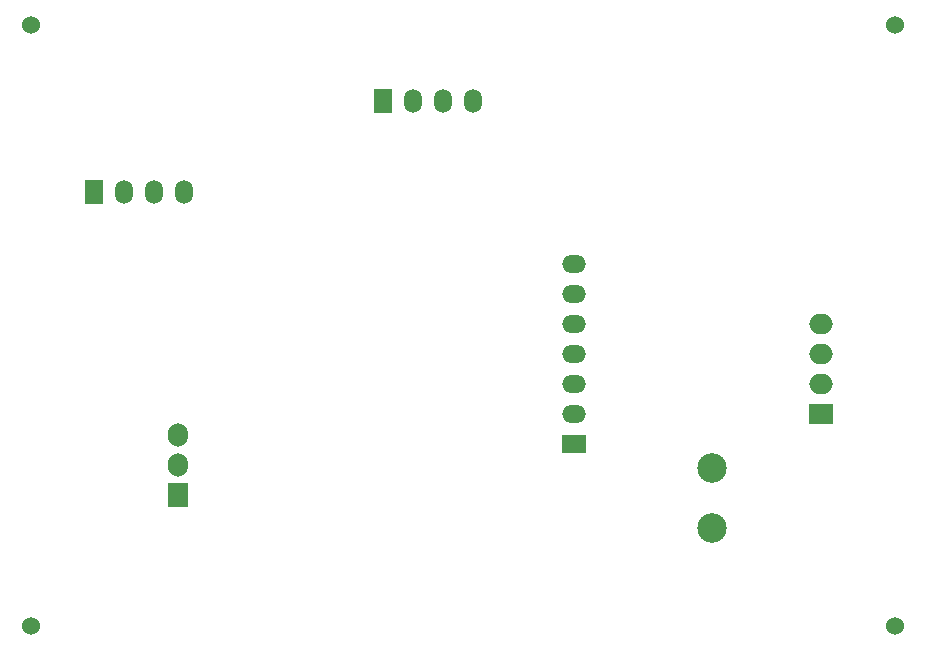
<source format=gtl>
G04*
G04 #@! TF.GenerationSoftware,Altium Limited,Altium Designer,18.0.7 (293)*
G04*
G04 Layer_Physical_Order=1*
G04 Layer_Color=255*
%FSLAX44Y44*%
%MOMM*%
G71*
G01*
G75*
%ADD22C,0.7000*%
%ADD23C,1.5240*%
%ADD24O,2.0000X1.5000*%
%ADD25R,2.0000X1.5000*%
%ADD26R,2.0000X1.7000*%
%ADD27O,2.0000X1.7000*%
%ADD28O,1.7000X2.0000*%
%ADD29R,1.7000X2.0000*%
%ADD30O,1.5240X2.0000*%
%ADD31R,1.5240X2.0000*%
%ADD32C,2.5000*%
D22*
X624840Y182880D02*
X626110Y184150D01*
D23*
X50000Y559600D02*
D03*
X781850Y50000D02*
D03*
Y559600D02*
D03*
X50000Y50000D02*
D03*
D24*
X509270Y356870D02*
D03*
Y331470D02*
D03*
Y306070D02*
D03*
Y280670D02*
D03*
Y229870D02*
D03*
Y255270D02*
D03*
D25*
Y204470D02*
D03*
D26*
X718820Y229870D02*
D03*
D27*
Y255270D02*
D03*
Y280670D02*
D03*
Y306070D02*
D03*
D28*
X173990Y186690D02*
D03*
Y212090D02*
D03*
D29*
Y161290D02*
D03*
D30*
X179070Y417830D02*
D03*
X153670D02*
D03*
X128270D02*
D03*
X424180Y495300D02*
D03*
X398780D02*
D03*
X373380D02*
D03*
D31*
X102870Y417830D02*
D03*
X347980Y495300D02*
D03*
D32*
X626110Y133350D02*
D03*
Y184150D02*
D03*
M02*

</source>
